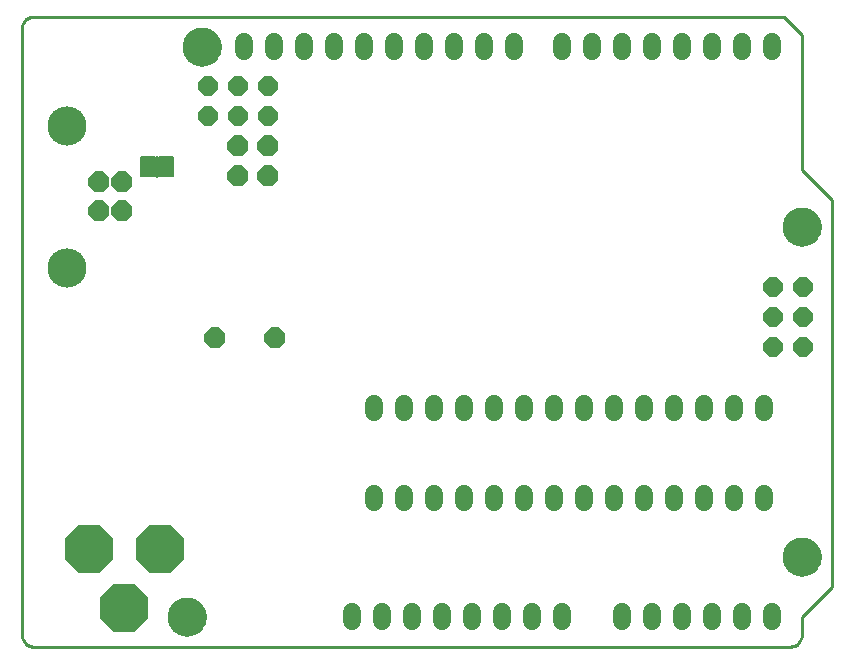
<source format=gbs>
G75*
%MOIN*%
%OFA0B0*%
%FSLAX24Y24*%
%IPPOS*%
%LPD*%
%AMOC8*
5,1,8,0,0,1.08239X$1,22.5*
%
%ADD10C,0.0100*%
%ADD11C,0.0000*%
%ADD12C,0.1300*%
%ADD13C,0.0600*%
%ADD14OC8,0.0650*%
%ADD15OC8,0.1615*%
%ADD16C,0.0808*%
%ADD17OC8,0.0700*%
%ADD18C,0.1306*%
%ADD19C,0.0050*%
%ADD20R,0.0060X0.0720*%
D10*
X008844Y009700D02*
X034056Y009700D01*
X034095Y009702D01*
X034133Y009708D01*
X034170Y009717D01*
X034207Y009730D01*
X034242Y009747D01*
X034275Y009766D01*
X034306Y009789D01*
X034335Y009815D01*
X034361Y009844D01*
X034384Y009875D01*
X034403Y009908D01*
X034420Y009943D01*
X034433Y009980D01*
X034442Y010017D01*
X034448Y010055D01*
X034450Y010094D01*
X034450Y010700D01*
X035450Y011700D01*
X035450Y024600D01*
X034450Y025600D01*
X034450Y030100D01*
X033850Y030700D01*
X008844Y030700D01*
X008805Y030698D01*
X008767Y030692D01*
X008730Y030683D01*
X008693Y030670D01*
X008658Y030653D01*
X008625Y030634D01*
X008594Y030611D01*
X008565Y030585D01*
X008539Y030556D01*
X008516Y030525D01*
X008497Y030492D01*
X008480Y030457D01*
X008467Y030420D01*
X008458Y030383D01*
X008452Y030345D01*
X008450Y030306D01*
X008450Y010094D01*
X008452Y010055D01*
X008458Y010017D01*
X008467Y009980D01*
X008480Y009943D01*
X008497Y009908D01*
X008516Y009875D01*
X008539Y009844D01*
X008565Y009815D01*
X008594Y009789D01*
X008625Y009766D01*
X008658Y009747D01*
X008693Y009730D01*
X008730Y009717D01*
X008767Y009708D01*
X008805Y009702D01*
X008844Y009700D01*
D11*
X013320Y010700D02*
X013322Y010750D01*
X013328Y010800D01*
X013338Y010849D01*
X013352Y010897D01*
X013369Y010944D01*
X013390Y010989D01*
X013415Y011033D01*
X013443Y011074D01*
X013475Y011113D01*
X013509Y011150D01*
X013546Y011184D01*
X013586Y011214D01*
X013628Y011241D01*
X013672Y011265D01*
X013718Y011286D01*
X013765Y011302D01*
X013813Y011315D01*
X013863Y011324D01*
X013912Y011329D01*
X013963Y011330D01*
X014013Y011327D01*
X014062Y011320D01*
X014111Y011309D01*
X014159Y011294D01*
X014205Y011276D01*
X014250Y011254D01*
X014293Y011228D01*
X014334Y011199D01*
X014373Y011167D01*
X014409Y011132D01*
X014441Y011094D01*
X014471Y011054D01*
X014498Y011011D01*
X014521Y010967D01*
X014540Y010921D01*
X014556Y010873D01*
X014568Y010824D01*
X014576Y010775D01*
X014580Y010725D01*
X014580Y010675D01*
X014576Y010625D01*
X014568Y010576D01*
X014556Y010527D01*
X014540Y010479D01*
X014521Y010433D01*
X014498Y010389D01*
X014471Y010346D01*
X014441Y010306D01*
X014409Y010268D01*
X014373Y010233D01*
X014334Y010201D01*
X014293Y010172D01*
X014250Y010146D01*
X014205Y010124D01*
X014159Y010106D01*
X014111Y010091D01*
X014062Y010080D01*
X014013Y010073D01*
X013963Y010070D01*
X013912Y010071D01*
X013863Y010076D01*
X013813Y010085D01*
X013765Y010098D01*
X013718Y010114D01*
X013672Y010135D01*
X013628Y010159D01*
X013586Y010186D01*
X013546Y010216D01*
X013509Y010250D01*
X013475Y010287D01*
X013443Y010326D01*
X013415Y010367D01*
X013390Y010411D01*
X013369Y010456D01*
X013352Y010503D01*
X013338Y010551D01*
X013328Y010600D01*
X013322Y010650D01*
X013320Y010700D01*
X033820Y012700D02*
X033822Y012750D01*
X033828Y012800D01*
X033838Y012849D01*
X033852Y012897D01*
X033869Y012944D01*
X033890Y012989D01*
X033915Y013033D01*
X033943Y013074D01*
X033975Y013113D01*
X034009Y013150D01*
X034046Y013184D01*
X034086Y013214D01*
X034128Y013241D01*
X034172Y013265D01*
X034218Y013286D01*
X034265Y013302D01*
X034313Y013315D01*
X034363Y013324D01*
X034412Y013329D01*
X034463Y013330D01*
X034513Y013327D01*
X034562Y013320D01*
X034611Y013309D01*
X034659Y013294D01*
X034705Y013276D01*
X034750Y013254D01*
X034793Y013228D01*
X034834Y013199D01*
X034873Y013167D01*
X034909Y013132D01*
X034941Y013094D01*
X034971Y013054D01*
X034998Y013011D01*
X035021Y012967D01*
X035040Y012921D01*
X035056Y012873D01*
X035068Y012824D01*
X035076Y012775D01*
X035080Y012725D01*
X035080Y012675D01*
X035076Y012625D01*
X035068Y012576D01*
X035056Y012527D01*
X035040Y012479D01*
X035021Y012433D01*
X034998Y012389D01*
X034971Y012346D01*
X034941Y012306D01*
X034909Y012268D01*
X034873Y012233D01*
X034834Y012201D01*
X034793Y012172D01*
X034750Y012146D01*
X034705Y012124D01*
X034659Y012106D01*
X034611Y012091D01*
X034562Y012080D01*
X034513Y012073D01*
X034463Y012070D01*
X034412Y012071D01*
X034363Y012076D01*
X034313Y012085D01*
X034265Y012098D01*
X034218Y012114D01*
X034172Y012135D01*
X034128Y012159D01*
X034086Y012186D01*
X034046Y012216D01*
X034009Y012250D01*
X033975Y012287D01*
X033943Y012326D01*
X033915Y012367D01*
X033890Y012411D01*
X033869Y012456D01*
X033852Y012503D01*
X033838Y012551D01*
X033828Y012600D01*
X033822Y012650D01*
X033820Y012700D01*
X033820Y023700D02*
X033822Y023750D01*
X033828Y023800D01*
X033838Y023849D01*
X033852Y023897D01*
X033869Y023944D01*
X033890Y023989D01*
X033915Y024033D01*
X033943Y024074D01*
X033975Y024113D01*
X034009Y024150D01*
X034046Y024184D01*
X034086Y024214D01*
X034128Y024241D01*
X034172Y024265D01*
X034218Y024286D01*
X034265Y024302D01*
X034313Y024315D01*
X034363Y024324D01*
X034412Y024329D01*
X034463Y024330D01*
X034513Y024327D01*
X034562Y024320D01*
X034611Y024309D01*
X034659Y024294D01*
X034705Y024276D01*
X034750Y024254D01*
X034793Y024228D01*
X034834Y024199D01*
X034873Y024167D01*
X034909Y024132D01*
X034941Y024094D01*
X034971Y024054D01*
X034998Y024011D01*
X035021Y023967D01*
X035040Y023921D01*
X035056Y023873D01*
X035068Y023824D01*
X035076Y023775D01*
X035080Y023725D01*
X035080Y023675D01*
X035076Y023625D01*
X035068Y023576D01*
X035056Y023527D01*
X035040Y023479D01*
X035021Y023433D01*
X034998Y023389D01*
X034971Y023346D01*
X034941Y023306D01*
X034909Y023268D01*
X034873Y023233D01*
X034834Y023201D01*
X034793Y023172D01*
X034750Y023146D01*
X034705Y023124D01*
X034659Y023106D01*
X034611Y023091D01*
X034562Y023080D01*
X034513Y023073D01*
X034463Y023070D01*
X034412Y023071D01*
X034363Y023076D01*
X034313Y023085D01*
X034265Y023098D01*
X034218Y023114D01*
X034172Y023135D01*
X034128Y023159D01*
X034086Y023186D01*
X034046Y023216D01*
X034009Y023250D01*
X033975Y023287D01*
X033943Y023326D01*
X033915Y023367D01*
X033890Y023411D01*
X033869Y023456D01*
X033852Y023503D01*
X033838Y023551D01*
X033828Y023600D01*
X033822Y023650D01*
X033820Y023700D01*
X013820Y029700D02*
X013822Y029750D01*
X013828Y029800D01*
X013838Y029849D01*
X013852Y029897D01*
X013869Y029944D01*
X013890Y029989D01*
X013915Y030033D01*
X013943Y030074D01*
X013975Y030113D01*
X014009Y030150D01*
X014046Y030184D01*
X014086Y030214D01*
X014128Y030241D01*
X014172Y030265D01*
X014218Y030286D01*
X014265Y030302D01*
X014313Y030315D01*
X014363Y030324D01*
X014412Y030329D01*
X014463Y030330D01*
X014513Y030327D01*
X014562Y030320D01*
X014611Y030309D01*
X014659Y030294D01*
X014705Y030276D01*
X014750Y030254D01*
X014793Y030228D01*
X014834Y030199D01*
X014873Y030167D01*
X014909Y030132D01*
X014941Y030094D01*
X014971Y030054D01*
X014998Y030011D01*
X015021Y029967D01*
X015040Y029921D01*
X015056Y029873D01*
X015068Y029824D01*
X015076Y029775D01*
X015080Y029725D01*
X015080Y029675D01*
X015076Y029625D01*
X015068Y029576D01*
X015056Y029527D01*
X015040Y029479D01*
X015021Y029433D01*
X014998Y029389D01*
X014971Y029346D01*
X014941Y029306D01*
X014909Y029268D01*
X014873Y029233D01*
X014834Y029201D01*
X014793Y029172D01*
X014750Y029146D01*
X014705Y029124D01*
X014659Y029106D01*
X014611Y029091D01*
X014562Y029080D01*
X014513Y029073D01*
X014463Y029070D01*
X014412Y029071D01*
X014363Y029076D01*
X014313Y029085D01*
X014265Y029098D01*
X014218Y029114D01*
X014172Y029135D01*
X014128Y029159D01*
X014086Y029186D01*
X014046Y029216D01*
X014009Y029250D01*
X013975Y029287D01*
X013943Y029326D01*
X013915Y029367D01*
X013890Y029411D01*
X013869Y029456D01*
X013852Y029503D01*
X013838Y029551D01*
X013828Y029600D01*
X013822Y029650D01*
X013820Y029700D01*
D12*
X014450Y029700D03*
X034450Y023700D03*
X034450Y012700D03*
X013950Y010700D03*
D13*
X019450Y010560D02*
X019450Y010840D01*
X020450Y010840D02*
X020450Y010560D01*
X021450Y010560D02*
X021450Y010840D01*
X022450Y010840D02*
X022450Y010560D01*
X023450Y010560D02*
X023450Y010840D01*
X024450Y010840D02*
X024450Y010560D01*
X025450Y010560D02*
X025450Y010840D01*
X026450Y010840D02*
X026450Y010560D01*
X028450Y010560D02*
X028450Y010840D01*
X029450Y010840D02*
X029450Y010560D01*
X030450Y010560D02*
X030450Y010840D01*
X031450Y010840D02*
X031450Y010560D01*
X032450Y010560D02*
X032450Y010840D01*
X033450Y010840D02*
X033450Y010560D01*
X033200Y014510D02*
X033200Y014790D01*
X032200Y014790D02*
X032200Y014510D01*
X031200Y014510D02*
X031200Y014790D01*
X030200Y014790D02*
X030200Y014510D01*
X029200Y014510D02*
X029200Y014790D01*
X028200Y014790D02*
X028200Y014510D01*
X027200Y014510D02*
X027200Y014790D01*
X026200Y014790D02*
X026200Y014510D01*
X025200Y014510D02*
X025200Y014790D01*
X024200Y014790D02*
X024200Y014510D01*
X023200Y014510D02*
X023200Y014790D01*
X022200Y014790D02*
X022200Y014510D01*
X021200Y014510D02*
X021200Y014790D01*
X020200Y014790D02*
X020200Y014510D01*
X020200Y017510D02*
X020200Y017790D01*
X021200Y017790D02*
X021200Y017510D01*
X022200Y017510D02*
X022200Y017790D01*
X023200Y017790D02*
X023200Y017510D01*
X024200Y017510D02*
X024200Y017790D01*
X025200Y017790D02*
X025200Y017510D01*
X026200Y017510D02*
X026200Y017790D01*
X027200Y017790D02*
X027200Y017510D01*
X028200Y017510D02*
X028200Y017790D01*
X029200Y017790D02*
X029200Y017510D01*
X030200Y017510D02*
X030200Y017790D01*
X031200Y017790D02*
X031200Y017510D01*
X032200Y017510D02*
X032200Y017790D01*
X033200Y017790D02*
X033200Y017510D01*
X033450Y029560D02*
X033450Y029840D01*
X032450Y029840D02*
X032450Y029560D01*
X031450Y029560D02*
X031450Y029840D01*
X030450Y029840D02*
X030450Y029560D01*
X029450Y029560D02*
X029450Y029840D01*
X028450Y029840D02*
X028450Y029560D01*
X027450Y029560D02*
X027450Y029840D01*
X026450Y029840D02*
X026450Y029560D01*
X024850Y029560D02*
X024850Y029840D01*
X023850Y029840D02*
X023850Y029560D01*
X022850Y029560D02*
X022850Y029840D01*
X021850Y029840D02*
X021850Y029560D01*
X020850Y029560D02*
X020850Y029840D01*
X019850Y029840D02*
X019850Y029560D01*
X018850Y029560D02*
X018850Y029840D01*
X017850Y029840D02*
X017850Y029560D01*
X016850Y029560D02*
X016850Y029840D01*
X015850Y029840D02*
X015850Y029560D01*
D14*
X015650Y028400D03*
X016650Y028400D03*
X016650Y027400D03*
X015650Y027400D03*
X014650Y027400D03*
X014650Y028400D03*
X033500Y021700D03*
X034500Y021700D03*
X034500Y020700D03*
X033500Y020700D03*
X033500Y019700D03*
X034500Y019700D03*
D15*
X013050Y012970D03*
X010690Y012970D03*
X011870Y011000D03*
D16*
X011570Y011000D03*
X012170Y011000D03*
X013050Y012670D03*
X013050Y013270D03*
X010690Y013270D03*
X010690Y012670D03*
D17*
X014900Y020000D03*
X016900Y020000D03*
X011804Y024208D03*
X011017Y024208D03*
X011017Y025192D03*
X011804Y025192D03*
X015650Y025400D03*
X016650Y025400D03*
X016650Y026400D03*
X015650Y026400D03*
D18*
X009950Y027062D03*
X009950Y022338D03*
D19*
X012425Y026010D02*
X012875Y026010D01*
X012875Y025390D01*
X012425Y025390D01*
X012425Y026010D01*
X012425Y025439D02*
X012875Y025439D01*
X012875Y025488D02*
X012425Y025488D01*
X012425Y025537D02*
X012875Y025537D01*
X012875Y025586D02*
X012425Y025586D01*
X012425Y025635D02*
X012875Y025635D01*
X012875Y025684D02*
X012425Y025684D01*
X012425Y025733D02*
X012875Y025733D01*
X012875Y025782D02*
X012425Y025782D01*
X012425Y025831D02*
X012875Y025831D01*
X012875Y025880D02*
X012425Y025880D01*
X012425Y025929D02*
X012875Y025929D01*
X012875Y025978D02*
X012425Y025978D01*
X013025Y026010D02*
X013475Y026010D01*
X013475Y025390D01*
X013025Y025390D01*
X013025Y026010D01*
X013025Y025439D02*
X013475Y025439D01*
X013475Y025488D02*
X013025Y025488D01*
X013025Y025537D02*
X013475Y025537D01*
X013475Y025586D02*
X013025Y025586D01*
X013025Y025635D02*
X013475Y025635D01*
X013475Y025684D02*
X013025Y025684D01*
X013025Y025733D02*
X013475Y025733D01*
X013475Y025782D02*
X013025Y025782D01*
X013025Y025831D02*
X013475Y025831D01*
X013475Y025880D02*
X013025Y025880D01*
X013025Y025929D02*
X013475Y025929D01*
X013475Y025978D02*
X013025Y025978D01*
D20*
X012950Y025700D03*
M02*

</source>
